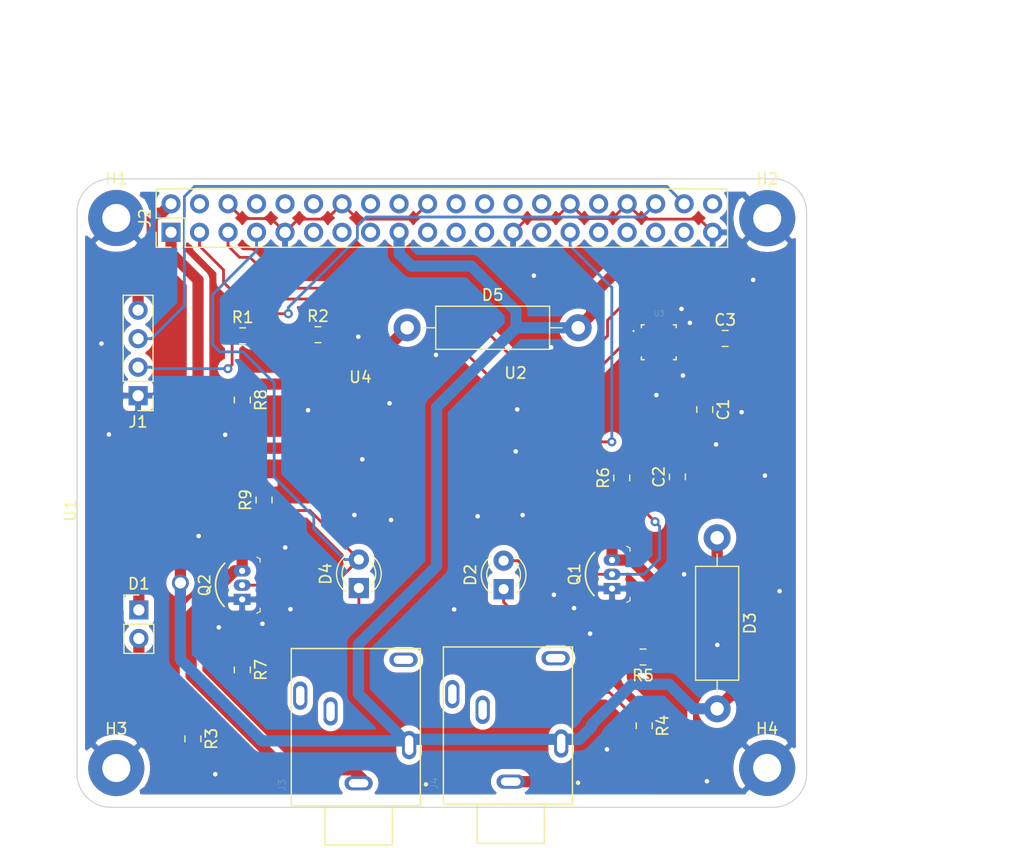
<source format=kicad_pcb>
(kicad_pcb (version 20171130) (host pcbnew "(5.1.5)-3")
  (title_block (title KittyPi) (date 2021-02-21) (rev v1) (company EngineeringOutdoors))
  (layers (0 F.Cu signal) (31 B.Cu signal) (34 B.Paste user) (35 F.Paste user) (36 B.SilkS user) (37 F.SilkS user) (38 B.Mask user) (39 F.Mask user) (44 Edge.Cuts user))
  (net 0 "")
  (net 1 +5V)
  (net 2 "Net-(J1-Pad3)")
  (net 3 "Net-(J1-Pad2)")
  (net 4 GND)
  (net 5 "Net-(J2-Pad13)")
  (net 6 "Net-(D1-Pad1)")
  (net 7 "Net-(D1-Pad2)")
  (net 8 "Net-(D2-Pad1)")
  (net 9 +3V3)
  (net 10 "Net-(D3-Pad1)")
  (net 11 "Net-(J2-Pad40)")
  (net 12 "Net-(J2-Pad37)")
  (net 13 "Net-(J2-Pad36)")
  (net 14 "Net-(J2-Pad35)")
  (net 15 "Net-(J2-Pad33)")
  (net 16 "Net-(J2-Pad32)")
  (net 17 "Net-(J2-Pad31)")
  (net 18 "Net-(J2-Pad28)")
  (net 19 "Net-(J2-Pad27)")
  (net 20 "Net-(J2-Pad26)")
  (net 21 "Net-(J2-Pad24)")
  (net 22 "Net-(J2-Pad23)")
  (net 23 "Net-(J2-Pad22)")
  (net 24 "Net-(J2-Pad21)")
  (net 25 "Net-(J2-Pad19)")
  (net 26 "Net-(J2-Pad18)")
  (net 27 "Net-(J2-Pad16)")
  (net 28 "Net-(J2-Pad15)")
  (net 29 "Net-(J2-Pad12)")
  (net 30 "Net-(J2-Pad11)")
  (net 31 "Net-(J2-Pad10)")
  (net 32 "Net-(J2-Pad8)")
  (net 33 /I2C_SCL)
  (net 34 /I2C_SDA)
  (net 35 "Net-(C1-Pad1)")
  (net 36 "Net-(U3-Pad21)")
  (net 37 "Net-(U3-Pad19)")
  (net 38 "Net-(U3-Pad12)")
  (net 39 "Net-(U3-Pad7)")
  (net 40 /gpio5)
  (net 41 /gpio4)
  (net 42 "Net-(D4-Pad1)")
  (net 43 "Net-(D5-Pad1)")
  (net 44 "Net-(J4-Pad1)")
  (net 45 "Net-(J3-Pad1)")
  (net 46 "Net-(J3-Pad4)")
  (net 47 "Net-(J3-Pad3)")
  (net 48 "Net-(J3-Pad2)")
  (net 49 "Net-(J4-Pad4)")
  (net 50 "Net-(J4-Pad3)")
  (net 51 "Net-(J4-Pad2)")
  (module Capacitor_SMD:C_0805_2012Metric (layer F.Cu) (at 128.3716 39.73322)
    (fp_text reference C3 (at 0 -1.65) (layer F.SilkS))
    (fp_text value 100n)
    (pad 2 smd roundrect (at 0.9375 0) (size 0.975 1.4) (layers F.Cu F.Paste F.Mask) (net 4 GND))
    (pad 1 smd roundrect (at -0.9375 0) (size 0.975 1.4) (layers F.Cu F.Paste F.Mask) (net 9 +3V3))
  )
  (module Capacitor_SMD:C_0805_2012Metric (layer F.Cu) (at 124.1171 52.06238 90)
    (fp_text reference C2 (at 0 -1.65 90) (layer F.SilkS))
    (fp_text value 100n)
    (pad 2 smd roundrect (at 0.9375 0 90) (size 0.975 1.4) (layers F.Cu F.Paste F.Mask) (net 9 +3V3))
    (pad 1 smd roundrect (at -0.9375 0 90) (size 0.975 1.4) (layers F.Cu F.Paste F.Mask) (net 4 GND))
  )
  (module Capacitor_SMD:C_0805_2012Metric (layer F.Cu) (at 126.5555 46.06798 270)
    (fp_text reference C1 (at 0 -1.65 90) (layer F.SilkS))
    (fp_text value 100n)
    (pad 2 smd roundrect (at 0.9375 0 270) (size 0.975 1.4) (layers F.Cu F.Paste F.Mask) (net 4 GND))
    (pad 1 smd roundrect (at -0.9375 0 270) (size 0.975 1.4) (layers F.Cu F.Paste F.Mask) (net 35 "Net-(C1-Pad1)"))
  )
  (module Resistor_SMD:R_0805_2012Metric (layer F.Cu) (at 87.2871 54.1274 90)
    (fp_text reference R9 (at 0 -1.65 90) (layer F.SilkS))
    (fp_text value 100k)
    (pad 2 smd roundrect (at 0.9375 0 90) (size 0.975 1.4) (layers F.Cu F.Paste F.Mask) (net 4 GND))
    (pad 1 smd roundrect (at -0.9375 0 90) (size 0.975 1.4) (layers F.Cu F.Paste F.Mask) (net 41 /gpio4))
  )
  (module Resistor_SMD:R_0805_2012Metric (layer F.Cu) (at 85.34908 45.21962 270)
    (fp_text reference R8 (at 0 -1.65 90) (layer F.SilkS))
    (fp_text value 10k)
    (pad 2 smd roundrect (at 0.9375 0 270) (size 0.975 1.4) (layers F.Cu F.Paste F.Mask) (net 45 "Net-(J3-Pad1)"))
    (pad 1 smd roundrect (at -0.9375 0 270) (size 0.975 1.4) (layers F.Cu F.Paste F.Mask) (net 43 "Net-(D5-Pad1)"))
  )
  (module Resistor_SMD:R_0805_2012Metric (layer F.Cu) (at 85.35162 69.26326 270)
    (fp_text reference R7 (at 0 -1.65 90) (layer F.SilkS))
    (fp_text value 2k)
    (pad 2 smd roundrect (at 0.9375 0 270) (size 0.975 1.4) (layers F.Cu F.Paste F.Mask) (net 4 GND))
    (pad 1 smd roundrect (at -0.9375 0 270) (size 0.975 1.4) (layers F.Cu F.Paste F.Mask) (net 42 "Net-(D4-Pad1)"))
  )
  (module Resistor_SMD:R_0805_2012Metric (layer F.Cu) (at 119.16156 52.1589 90)
    (fp_text reference R6 (at 0 -1.65 90) (layer F.SilkS))
    (fp_text value 100k)
    (pad 2 smd roundrect (at 0.9375 0 90) (size 0.975 1.4) (layers F.Cu F.Paste F.Mask) (net 4 GND))
    (pad 1 smd roundrect (at -0.9375 0 90) (size 0.975 1.4) (layers F.Cu F.Paste F.Mask) (net 40 /gpio5))
  )
  (module Resistor_SMD:R_0805_2012Metric (layer F.Cu) (at 121.05386 68.11772 180)
    (fp_text reference R5 (at 0 -1.65) (layer F.SilkS))
    (fp_text value 10k)
    (pad 2 smd roundrect (at 0.9375 0 180) (size 0.975 1.4) (layers F.Cu F.Paste F.Mask) (net 44 "Net-(J4-Pad1)"))
    (pad 1 smd roundrect (at -0.9375 0 180) (size 0.975 1.4) (layers F.Cu F.Paste F.Mask) (net 10 "Net-(D3-Pad1)"))
  )
  (module Resistor_SMD:R_0805_2012Metric (layer F.Cu) (at 121.15546 74.23912 270)
    (fp_text reference R4 (at 0 -1.65 90) (layer F.SilkS))
    (fp_text value 2k)
    (pad 2 smd roundrect (at 0.9375 0 270) (size 0.975 1.4) (layers F.Cu F.Paste F.Mask) (net 4 GND))
    (pad 1 smd roundrect (at -0.9375 0 270) (size 0.975 1.4) (layers F.Cu F.Paste F.Mask) (net 8 "Net-(D2-Pad1)"))
  )
  (module Resistor_SMD:R_0805_2012Metric (layer F.Cu) (at 80.9498 75.41006 270)
    (fp_text reference R3 (at 0 -1.65 90) (layer F.SilkS))
    (fp_text value 2k)
    (pad 2 smd roundrect (at 0.9375 0 270) (size 0.975 1.4) (layers F.Cu F.Paste F.Mask) (net 4 GND))
    (pad 1 smd roundrect (at -0.9375 0 270) (size 0.975 1.4) (layers F.Cu F.Paste F.Mask) (net 7 "Net-(D1-Pad2)"))
  )
  (module Resistor_SMD:R_0805_2012Metric (layer F.Cu) (at 92.09024 39.39794)
    (fp_text reference R2 (at 0 -1.65) (layer F.SilkS))
    (fp_text value 2k)
    (pad 2 smd roundrect (at 0.9375 0) (size 0.975 1.4) (layers F.Cu F.Paste F.Mask) (net 4 GND))
    (pad 1 smd roundrect (at -0.9375 0) (size 0.975 1.4) (layers F.Cu F.Paste F.Mask) (net 13 "Net-(J2-Pad36)"))
  )
  (module Resistor_SMD:R_0805_2012Metric (layer F.Cu) (at 85.3821 39.49954)
    (fp_text reference R1 (at 0 -1.65) (layer F.SilkS))
    (fp_text value 1k)
    (pad 2 smd roundrect (at 0.9375 0) (size 0.975 1.4) (layers F.Cu F.Paste F.Mask) (net 13 "Net-(J2-Pad36)"))
    (pad 1 smd roundrect (at -0.9375 0) (size 0.975 1.4) (layers F.Cu F.Paste F.Mask) (net 3 "Net-(J1-Pad2)"))
  )
  (module Libraries:35RAPC4BH3 (layer F.Cu) (at 109.01426 74.22134 90)
    (fp_text reference J4 (at -5.170455 -6.559513 90) (layer F.SilkS) (effects (font (size 0.640304 0.640304) (thickness 0.015))))
    (fp_text value 35RAPC4BH3)
    (fp_line (start -4.97 -0.13) (end -4.98 -0.13) (layer Edge.Cuts) (width 0.1))
    (fp_line (start -1.98 4.72) (end -1.98 4.73) (layer Edge.Cuts) (width 0.1))
    (fp_line (start 1.12 -2.28) (end 1.12 -2.27) (layer Edge.Cuts) (width 0.1))
    (fp_line (start 2.52 -4.98) (end 2.52 -4.97) (layer Edge.Cuts) (width 0.1))
    (fp_line (start 6.03 3.87) (end 6.02 3.87) (layer Edge.Cuts) (width 0.1))
    (pad 1 thru_hole oval (at -5 0.25 90) (size 1.258 2.516) (drill oval 0.75 1.75) (layers *.Cu *.Mask) (net 44 "Net-(J4-Pad1)"))
    (pad 2 thru_hole oval (at 2.8 -4.95 90) (size 2.516 1.258) (drill oval 1.75 0.75) (layers *.Cu *.Mask) (net 51 "Net-(J4-Pad2)"))
    (pad 3 thru_hole oval (at 1.4 -2.25 90) (size 2.516 1.258) (drill oval 1.75 0.75) (layers *.Cu *.Mask) (net 50 "Net-(J4-Pad3)"))
    (pad 4 thru_hole oval (at 6 4.25 90) (size 1.258 2.516) (drill oval 0.75 1.75) (layers *.Cu *.Mask) (net 49 "Net-(J4-Pad4)"))
    (pad 5 thru_hole oval (at -1.6 4.75 90) (size 2.516 1.258) (drill oval 1.75 0.75) (layers *.Cu *.Mask) (net 9 +3V3))
  )
  (module Libraries:35RAPC4BH3 (layer F.Cu) (at 95.46336 74.36104 90)
    (fp_text reference J3 (at -5.170455 -6.559513 90) (layer F.SilkS) (effects (font (size 0.640304 0.640304) (thickness 0.015))))
    (fp_text value 35RAPC4BH3)
    (fp_line (start 6.03 3.87) (end 6.02 3.87) (layer Edge.Cuts) (width 0.1))
    (fp_line (start 2.52 -4.98) (end 2.52 -4.97) (layer Edge.Cuts) (width 0.1))
    (fp_line (start 1.12 -2.28) (end 1.12 -2.27) (layer Edge.Cuts) (width 0.1))
    (fp_line (start -1.98 4.72) (end -1.98 4.73) (layer Edge.Cuts) (width 0.1))
    (fp_line (start -4.97 -0.13) (end -4.98 -0.13) (layer Edge.Cuts) (width 0.1))
    (pad 5 thru_hole oval (at -1.6 4.75 90) (size 2.516 1.258) (drill oval 1.75 0.75) (layers *.Cu *.Mask) (net 9 +3V3))
    (pad 4 thru_hole oval (at 6 4.25 90) (size 1.258 2.516) (drill oval 0.75 1.75) (layers *.Cu *.Mask) (net 46 "Net-(J3-Pad4)"))
    (pad 3 thru_hole oval (at 1.4 -2.25 90) (size 2.516 1.258) (drill oval 1.75 0.75) (layers *.Cu *.Mask) (net 47 "Net-(J3-Pad3)"))
    (pad 2 thru_hole oval (at 2.8 -4.95 90) (size 2.516 1.258) (drill oval 1.75 0.75) (layers *.Cu *.Mask) (net 48 "Net-(J3-Pad2)"))
    (pad 1 thru_hole oval (at -5 0.25 90) (size 1.258 2.516) (drill oval 0.75 1.75) (layers *.Cu *.Mask) (net 45 "Net-(J3-Pad1)"))
  )
  (module Homemade:Switch_P12943SCT-ND (layer F.Cu) (at 95.94596 50.47488 180)
    (fp_text reference U4 (at 0.0762 7.2898) (layer F.SilkS))
    (fp_text value P12299SCT-ND)
    (pad 2 smd roundrect (at 3.4 -2 180) (size 3.2 1) (layers F.Cu F.Paste F.Mask) (net 45 "Net-(J3-Pad1)"))
    (pad 3 smd roundrect (at -3.4 2 180) (size 3.2 1) (layers F.Cu F.Paste F.Mask) (net 4 GND))
    (pad 1 smd roundrect (at -3.4 -2 180) (size 3.2 1) (layers F.Cu F.Paste F.Mask) (net 45 "Net-(J3-Pad1)"))
    (pad 4 smd roundrect (at 3.4 2 180) (size 3.2 1) (layers F.Cu F.Paste F.Mask) (net 4 GND))
  )
  (module digikey-footprints:TO-92-3 (layer F.Cu) (at 85.33892 62.98438 90)
    (fp_text reference Q2 (at 1.27 -3.35 90) (layer F.SilkS))
    (fp_text value 2N7000)
    (pad 1 thru_hole rect (at 0 0 270) (size 1 1.5) (drill 0.55) (layers *.Cu *.Mask) (net 4 GND))
    (pad 3 thru_hole oval (at 2.54 0 270) (size 1 1.5) (drill 0.55) (layers *.Cu *.Mask) (net 45 "Net-(J3-Pad1)"))
    (pad 2 thru_hole oval (at 1.27 0 270) (size 1 1.5) (drill 0.55) (layers *.Cu *.Mask) (net 41 /gpio4))
  )
  (module Resistor_THT:R_Axial_DIN0411_L9.9mm_D3.6mm_P15.24mm_Horizontal (layer F.Cu) (at 100.0379 38.78072)
    (fp_text reference D5 (at 7.62 -2.92) (layer F.SilkS))
    (fp_text value DIODE)
    (pad 2 thru_hole oval (at 15.24 0) (size 2.4 2.4) (drill 1.2) (layers *.Cu *.Mask) (net 9 +3V3))
    (pad 1 thru_hole circle (at 0 0) (size 2.4 2.4) (drill 1.2) (layers *.Cu *.Mask) (net 43 "Net-(D5-Pad1)"))
  )
  (module LED_THT:LED_D3.0mm (layer F.Cu) (at 95.73514 61.97092 90)
    (fp_text reference D4 (at 1.27 -2.96 90) (layer F.SilkS))
    (fp_text value LED)
    (pad 2 thru_hole circle (at 2.54 0 90) (size 1.8 1.8) (drill 0.9) (layers *.Cu *.Mask) (net 41 /gpio4))
    (pad 1 thru_hole rect (at 0 0 90) (size 1.8 1.8) (drill 0.9) (layers *.Cu *.Mask) (net 42 "Net-(D4-Pad1)"))
  )
  (module Libraries:ICM-20649 (layer F.Cu) (at 122.45848 40.07104)
    (fp_text reference U3 (at 0.024045 -2.559671) (layer F.SilkS) (effects (font (size 0.480915 0.480915) (thickness 0.015))))
    (fp_text value ICM-20649)
    (pad 24 smd rect (at -1 -1.545) (size 0.22 0.64) (layers F.Cu F.Paste F.Mask) (net 34 /I2C_SDA))
    (pad 23 smd rect (at -0.6 -1.545) (size 0.22 0.64) (layers F.Cu F.Paste F.Mask) (net 33 /I2C_SCL))
    (pad 22 smd rect (at -0.2 -1.545) (size 0.22 0.64) (layers F.Cu F.Paste F.Mask) (net 9 +3V3))
    (pad 21 smd rect (at 0.2 -1.545) (size 0.22 0.64) (layers F.Cu F.Paste F.Mask) (net 36 "Net-(U3-Pad21)"))
    (pad 20 smd rect (at 0.6 -1.545) (size 0.22 0.64) (layers F.Cu F.Paste F.Mask) (net 4 GND))
    (pad 19 smd rect (at 1 -1.545) (size 0.22 0.64) (layers F.Cu F.Paste F.Mask) (net 37 "Net-(U3-Pad19)"))
    (pad 18 smd rect (at 1.545 -1) (size 0.64 0.22) (layers F.Cu F.Paste F.Mask) (net 4 GND))
    (pad 17 smd rect (at 1.545 -0.6) (size 0.64 0.22) (layers F.Cu F.Paste F.Mask))
    (pad 16 smd rect (at 1.545 -0.2) (size 0.64 0.22) (layers F.Cu F.Paste F.Mask))
    (pad 15 smd rect (at 1.545 0.2) (size 0.64 0.22) (layers F.Cu F.Paste F.Mask))
    (pad 14 smd rect (at 1.545 0.6) (size 0.64 0.22) (layers F.Cu F.Paste F.Mask))
    (pad 13 smd rect (at 1.545 1) (size 0.64 0.22) (layers F.Cu F.Paste F.Mask) (net 9 +3V3))
    (pad 12 smd rect (at 1 1.545) (size 0.22 0.64) (layers F.Cu F.Paste F.Mask) (net 38 "Net-(U3-Pad12)"))
    (pad 11 smd rect (at 0.6 1.545) (size 0.22 0.64) (layers F.Cu F.Paste F.Mask) (net 4 GND))
    (pad 10 smd rect (at 0.2 1.545) (size 0.22 0.64) (layers F.Cu F.Paste F.Mask) (net 35 "Net-(C1-Pad1)"))
    (pad 9 smd rect (at -0.2 1.545) (size 0.22 0.64) (layers F.Cu F.Paste F.Mask) (net 4 GND))
    (pad 8 smd rect (at -0.6 1.545) (size 0.22 0.64) (layers F.Cu F.Paste F.Mask) (net 9 +3V3))
    (pad 7 smd rect (at -1 1.545) (size 0.22 0.64) (layers F.Cu F.Paste F.Mask) (net 39 "Net-(U3-Pad7)"))
    (pad 6 smd rect (at -1.545 1) (size 0.64 0.22) (layers F.Cu F.Paste F.Mask))
    (pad 5 smd rect (at -1.545 0.6) (size 0.64 0.22) (layers F.Cu F.Paste F.Mask))
    (pad 4 smd rect (at -1.545 0.2) (size 0.64 0.22) (layers F.Cu F.Paste F.Mask))
    (pad 3 smd rect (at -1.545 -0.2) (size 0.64 0.22) (layers F.Cu F.Paste F.Mask))
    (pad 2 smd rect (at -1.545 -0.6) (size 0.64 0.22) (layers F.Cu F.Paste F.Mask))
    (pad 1 smd rect (at -1.545 -1) (size 0.64 0.22) (layers F.Cu F.Paste F.Mask))
  )
  (module Connector_PinHeader_2.54mm:PinHeader_1x02_P2.54mm_Vertical (layer F.Cu) (at 76.13396 63.92164)
    (fp_text reference D1 (at 0 -2.33) (layer F.SilkS))
    (fp_text value DIODE)
    (pad 2 thru_hole oval (at 0 2.54) (size 1.7 1.7) (drill 1) (layers *.Cu *.Mask) (net 7 "Net-(D1-Pad2)"))
    (pad 1 thru_hole rect (at 0 0) (size 1.7 1.7) (drill 1) (layers *.Cu *.Mask) (net 6 "Net-(D1-Pad1)"))
  )
  (module Connector_PinHeader_2.54mm:PinHeader_1x04_P2.54mm_Vertical (layer F.Cu) (at 76.06538 44.83354 180)
    (fp_text reference J1 (at 0 -2.33) (layer F.SilkS))
    (fp_text value 0022232041)
    (pad 4 thru_hole oval (at 0 7.62 180) (size 1.7 1.7) (drill 1) (layers *.Cu *.Mask) (net 1 +5V))
    (pad 3 thru_hole oval (at 0 5.08 180) (size 1.7 1.7) (drill 1) (layers *.Cu *.Mask) (net 2 "Net-(J1-Pad3)"))
    (pad 2 thru_hole oval (at 0 2.54 180) (size 1.7 1.7) (drill 1) (layers *.Cu *.Mask) (net 3 "Net-(J1-Pad2)"))
    (pad 1 thru_hole rect (at 0 0 180) (size 1.7 1.7) (drill 1) (layers *.Cu *.Mask) (net 4 GND))
  )
  (module Connector_PinHeader_2.54mm:PinHeader_2x20_P2.54mm_Vertical (layer F.Cu) (at 78.999176 30.2761 90)
    (fp_text reference J2 (at 1.27 -2.33 90) (layer F.SilkS))
    (fp_text value Raspberry_Pi_2_3)
    (pad 40 thru_hole oval (at 2.54 48.26 90) (size 1.7 1.7) (drill 1) (layers *.Cu *.Mask) (net 11 "Net-(J2-Pad40)"))
    (pad 39 thru_hole oval (at 0 48.26 90) (size 1.7 1.7) (drill 1) (layers *.Cu *.Mask) (net 4 GND))
    (pad 38 thru_hole oval (at 2.54 45.72 90) (size 1.7 1.7) (drill 1) (layers *.Cu *.Mask) (net 2 "Net-(J1-Pad3)"))
    (pad 37 thru_hole oval (at 0 45.72 90) (size 1.7 1.7) (drill 1) (layers *.Cu *.Mask) (net 12 "Net-(J2-Pad37)"))
    (pad 36 thru_hole oval (at 2.54 43.18 90) (size 1.7 1.7) (drill 1) (layers *.Cu *.Mask) (net 13 "Net-(J2-Pad36)"))
    (pad 35 thru_hole oval (at 0 43.18 90) (size 1.7 1.7) (drill 1) (layers *.Cu *.Mask) (net 14 "Net-(J2-Pad35)"))
    (pad 34 thru_hole oval (at 2.54 40.64 90) (size 1.7 1.7) (drill 1) (layers *.Cu *.Mask) (net 4 GND))
    (pad 33 thru_hole oval (at 0 40.64 90) (size 1.7 1.7) (drill 1) (layers *.Cu *.Mask) (net 15 "Net-(J2-Pad33)"))
    (pad 32 thru_hole oval (at 2.54 38.1 90) (size 1.7 1.7) (drill 1) (layers *.Cu *.Mask) (net 16 "Net-(J2-Pad32)"))
    (pad 31 thru_hole oval (at 0 38.1 90) (size 1.7 1.7) (drill 1) (layers *.Cu *.Mask) (net 17 "Net-(J2-Pad31)"))
    (pad 30 thru_hole oval (at 2.54 35.56 90) (size 1.7 1.7) (drill 1) (layers *.Cu *.Mask) (net 4 GND))
    (pad 29 thru_hole oval (at 0 35.56 90) (size 1.7 1.7) (drill 1) (layers *.Cu *.Mask) (net 40 /gpio5))
    (pad 28 thru_hole oval (at 2.54 33.02 90) (size 1.7 1.7) (drill 1) (layers *.Cu *.Mask) (net 18 "Net-(J2-Pad28)"))
    (pad 27 thru_hole oval (at 0 33.02 90) (size 1.7 1.7) (drill 1) (layers *.Cu *.Mask) (net 19 "Net-(J2-Pad27)"))
    (pad 26 thru_hole oval (at 2.54 30.48 90) (size 1.7 1.7) (drill 1) (layers *.Cu *.Mask) (net 20 "Net-(J2-Pad26)"))
    (pad 25 thru_hole oval (at 0 30.48 90) (size 1.7 1.7) (drill 1) (layers *.Cu *.Mask) (net 4 GND))
    (pad 24 thru_hole oval (at 2.54 27.94 90) (size 1.7 1.7) (drill 1) (layers *.Cu *.Mask) (net 21 "Net-(J2-Pad24)"))
    (pad 23 thru_hole oval (at 0 27.94 90) (size 1.7 1.7) (drill 1) (layers *.Cu *.Mask) (net 22 "Net-(J2-Pad23)"))
    (pad 22 thru_hole oval (at 2.54 25.4 90) (size 1.7 1.7) (drill 1) (layers *.Cu *.Mask) (net 23 "Net-(J2-Pad22)"))
    (pad 21 thru_hole oval (at 0 25.4 90) (size 1.7 1.7) (drill 1) (layers *.Cu *.Mask) (net 24 "Net-(J2-Pad21)"))
    (pad 20 thru_hole oval (at 2.54 22.86 90) (size 1.7 1.7) (drill 1) (layers *.Cu *.Mask) (net 4 GND))
    (pad 19 thru_hole oval (at 0 22.86 90) (size 1.7 1.7) (drill 1) (layers *.Cu *.Mask) (net 25 "Net-(J2-Pad19)"))
    (pad 18 thru_hole oval (at 2.54 20.32 90) (size 1.7 1.7) (drill 1) (layers *.Cu *.Mask) (net 26 "Net-(J2-Pad18)"))
    (pad 17 thru_hole oval (at 0 20.32 90) (size 1.7 1.7) (drill 1) (layers *.Cu *.Mask) (net 9 +3V3))
    (pad 16 thru_hole oval (at 2.54 17.78 90) (size 1.7 1.7) (drill 1) (layers *.Cu *.Mask) (net 27 "Net-(J2-Pad16)"))
    (pad 15 thru_hole oval (at 0 17.78 90) (size 1.7 1.7) (drill 1) (layers *.Cu *.Mask) (net 28 "Net-(J2-Pad15)"))
    (pad 14 thru_hole oval (at 2.54 15.24 90) (size 1.7 1.7) (drill 1) (layers *.Cu *.Mask) (net 4 GND))
    (pad 13 thru_hole oval (at 0 15.24 90) (size 1.7 1.7) (drill 1) (layers *.Cu *.Mask) (net 5 "Net-(J2-Pad13)"))
    (pad 12 thru_hole oval (at 2.54 12.7 90) (size 1.7 1.7) (drill 1) (layers *.Cu *.Mask) (net 29 "Net-(J2-Pad12)"))
    (pad 11 thru_hole oval (at 0 12.7 90) (size 1.7 1.7) (drill 1) (layers *.Cu *.Mask) (net 30 "Net-(J2-Pad11)"))
    (pad 10 thru_hole oval (at 2.54 10.16 90) (size 1.7 1.7) (drill 1) (layers *.Cu *.Mask) (net 31 "Net-(J2-Pad10)"))
    (pad 9 thru_hole oval (at 0 10.16 90) (size 1.7 1.7) (drill 1) (layers *.Cu *.Mask) (net 4 GND))
    (pad 8 thru_hole oval (at 2.54 7.62 90) (size 1.7 1.7) (drill 1) (layers *.Cu *.Mask) (net 32 "Net-(J2-Pad8)"))
    (pad 7 thru_hole oval (at 0 7.62 90) (size 1.7 1.7) (drill 1) (layers *.Cu *.Mask) (net 41 /gpio4))
    (pad 6 thru_hole oval (at 2.54 5.08 90) (size 1.7 1.7) (drill 1) (layers *.Cu *.Mask) (net 4 GND))
    (pad 5 thru_hole oval (at 0 5.08 90) (size 1.7 1.7) (drill 1) (layers *.Cu *.Mask) (net 33 /I2C_SCL))
    (pad 4 thru_hole oval (at 2.54 2.54 90) (size 1.7 1.7) (drill 1) (layers *.Cu *.Mask) (net 1 +5V))
    (pad 3 thru_hole oval (at 0 2.54 90) (size 1.7 1.7) (drill 1) (layers *.Cu *.Mask) (net 34 /I2C_SDA))
    (pad 2 thru_hole oval (at 2.54 0 90) (size 1.7 1.7) (drill 1) (layers *.Cu *.Mask) (net 1 +5V))
    (pad 1 thru_hole rect (at 0 0 90) (size 1.7 1.7) (drill 1) (layers *.Cu *.Mask) (net 9 +3V3))
  )
  (module MountingHole:MountingHole_2.5mm_Pad (layer F.Cu) (at 132.12282 29.01892)
    (fp_text reference H2 (at 0 -3.5) (layer F.SilkS))
    (fp_text value MountingHole_Pad)
    (pad 1 thru_hole circle (at 0 0) (size 5 5) (drill 2.5) (layers *.Cu *.Mask) (net 4 GND))
  )
  (module MountingHole:MountingHole_2.5mm_Pad (layer F.Cu) (at 74.12282 78.00892)
    (fp_text reference H3 (at 0 -3.5) (layer F.SilkS))
    (fp_text value MountingHole_Pad)
    (pad 1 thru_hole circle (at 0 0) (size 5 5) (drill 2.5) (layers *.Cu *.Mask) (net 4 GND))
  )
  (module MountingHole:MountingHole_2.5mm_Pad (layer F.Cu) (at 132.11282 77.99892)
    (fp_text reference H4 (at 0 -3.5) (layer F.SilkS))
    (fp_text value MountingHole_Pad)
    (pad 1 thru_hole circle (at 0 0) (size 5 5) (drill 2.5) (layers *.Cu *.Mask) (net 4 GND))
  )
  (module MountingHole:MountingHole_2.5mm_Pad (layer F.Cu) (at 74.12282 28.99892)
    (fp_text reference H1 (at 0 -3.5) (layer F.SilkS))
    (fp_text value MountingHole_Pad)
    (pad 1 thru_hole circle (at 0 0) (size 5 5) (drill 2.5) (layers *.Cu *.Mask) (net 4 GND))
  )
  (module Homemade:Switch_P12943SCT-ND (layer F.Cu) (at 109.77118 50.09642 180)
    (fp_text reference U2 (at 0.0762 7.2898) (layer F.SilkS))
    (fp_text value P12299SCT-ND)
    (pad 2 smd roundrect (at 3.4 -2 180) (size 3.2 1) (layers F.Cu F.Paste F.Mask) (net 44 "Net-(J4-Pad1)"))
    (pad 3 smd roundrect (at -3.4 2 180) (size 3.2 1) (layers F.Cu F.Paste F.Mask) (net 4 GND))
    (pad 1 smd roundrect (at -3.4 -2 180) (size 3.2 1) (layers F.Cu F.Paste F.Mask) (net 44 "Net-(J4-Pad1)"))
    (pad 4 smd roundrect (at 3.4 2 180) (size 3.2 1) (layers F.Cu F.Paste F.Mask) (net 4 GND))
  )
  (module Homemade:Switch_P12943SCT-ND (layer F.Cu) (at 77.33538 54.98846 270)
    (fp_text reference U1 (at 0.0762 7.2898 90) (layer F.SilkS))
    (fp_text value P12299SCT-ND)
    (pad 2 smd roundrect (at 3.4 -2 270) (size 3.2 1) (layers F.Cu F.Paste F.Mask) (net 9 +3V3))
    (pad 3 smd roundrect (at -3.4 2 270) (size 3.2 1) (layers F.Cu F.Paste F.Mask) (net 6 "Net-(D1-Pad1)"))
    (pad 1 smd roundrect (at -3.4 -2 270) (size 3.2 1) (layers F.Cu F.Paste F.Mask) (net 9 +3V3))
    (pad 4 smd roundrect (at 3.4 2 270) (size 3.2 1) (layers F.Cu F.Paste F.Mask) (net 6 "Net-(D1-Pad1)"))
  )
  (module digikey-footprints:TO-92-3 (layer F.Cu) (at 118.29542 62.01664 90)
    (fp_text reference Q1 (at 1.27 -3.35 90) (layer F.SilkS))
    (fp_text value 2N7000)
    (pad 1 thru_hole rect (at 0 0 270) (size 1 1.5) (drill 0.55) (layers *.Cu *.Mask) (net 4 GND))
    (pad 3 thru_hole oval (at 2.54 0 270) (size 1 1.5) (drill 0.55) (layers *.Cu *.Mask) (net 44 "Net-(J4-Pad1)"))
    (pad 2 thru_hole oval (at 1.27 0 270) (size 1 1.5) (drill 0.55) (layers *.Cu *.Mask) (net 40 /gpio5))
  )
  (module Resistor_THT:R_Axial_DIN0411_L9.9mm_D3.6mm_P15.24mm_Horizontal (layer F.Cu) (at 127.65786 57.49036 270)
    (fp_text reference D3 (at 7.62 -2.92 90) (layer F.SilkS))
    (fp_text value DIODE)
    (pad 2 thru_hole oval (at 15.24 0 270) (size 2.4 2.4) (drill 1.2) (layers *.Cu *.Mask) (net 9 +3V3))
    (pad 1 thru_hole circle (at 0 0 270) (size 2.4 2.4) (drill 1.2) (layers *.Cu *.Mask) (net 10 "Net-(D3-Pad1)"))
  )
  (module LED_THT:LED_D3.0mm (layer F.Cu) (at 108.63326 62.07252 90)
    (fp_text reference D2 (at 1.27 -2.96 90) (layer F.SilkS))
    (fp_text value LED)
    (pad 2 thru_hole circle (at 2.54 0 90) (size 1.8 1.8) (drill 0.9) (layers *.Cu *.Mask) (net 40 /gpio5))
    (pad 1 thru_hole rect (at 0 0 90) (size 1.8 1.8) (drill 0.9) (layers *.Cu *.Mask) (net 8 "Net-(D2-Pad1)"))
  )
  (gr_line (start 70.629176 28.506531) (end 70.629176 78.506531) (layer Edge.Cuts) (width 0.1))
  (gr_arc (start 132.629176 28.506531) (end 135.629176 28.506531) (angle -90) (layer Edge.Cuts) (width 0.1))
  (gr_arc (start 73.629176 28.506531) (end 73.629176 25.506531) (angle -90) (layer Edge.Cuts) (width 0.1))
  (gr_line (start 135.629176 78.506531) (end 135.629176 28.506531) (layer Edge.Cuts) (width 0.1))
  (gr_line (start 132.629176 25.506531) (end 73.629176 25.506531) (layer Edge.Cuts) (width 0.1))
  (gr_line (start 73.629176 81.506531) (end 132.629176 81.506531) (layer Edge.Cuts) (width 0.1))
  (gr_arc (start 132.629176 78.506531) (end 132.629176 81.506531) (angle -89.9) (layer Edge.Cuts) (width 0.1))
  (gr_arc (start 73.629176 78.506531) (end 70.629176 78.506531) (angle -90) (layer Edge.Cuts) (width 0.1))
  (segment (start 77.322821 28.992453) (end 77.322821 32.410259) (width 1) (layer F.Cu) (net 1))
  (segment (start 77.729175 28.586099) (end 77.322821 28.992453) (width 1) (layer F.Cu) (net 1))
  (segment (start 78.999176 27.7361) (end 78.149177 28.586099) (width 1) (layer F.Cu) (net 1))
  (segment (start 78.149177 28.586099) (end 77.729175 28.586099) (width 1) (layer F.Cu) (net 1))
  (segment (start 76.06538 33.6677) (end 76.06538 37.21354) (width 1) (layer F.Cu) (net 1))
  (segment (start 77.322821 32.410259) (end 76.06538 33.6677) (width 1) (layer F.Cu) (net 1))
  (segment (start 123.170476 26.1874) (end 124.719176 27.7361) (width 0.25) (layer B.Cu) (net 2))
  (segment (start 77.267461 39.75354) (end 80.191001 36.83) (width 0.25) (layer B.Cu) (net 2))
  (segment (start 76.06538 39.75354) (end 77.267461 39.75354) (width 0.25) (layer B.Cu) (net 2))
  (segment (start 80.191001 27.083359) (end 81.08696 26.1874) (width 0.25) (layer B.Cu) (net 2))
  (segment (start 80.191001 36.83) (end 80.191001 27.083359) (width 0.25) (layer B.Cu) (net 2))
  (segment (start 81.08696 26.1874) (end 123.170476 26.1874) (width 0.25) (layer B.Cu) (net 2))
  (segment (start 77.267461 42.29354) (end 77.402081 42.42816) (width 0.25) (layer B.Cu) (net 3))
  (segment (start 76.06538 42.29354) (end 77.267461 42.29354) (width 0.25) (layer B.Cu) (net 3))
  (segment (start 77.402081 42.42816) (end 84.06638 42.42816) (width 0.25) (layer B.Cu) (net 3))
  (segment (start 84.06638 42.42816) (end 84.06638 42.42816) (width 0.25) (layer B.Cu) (net 3))
  (via (at 84.06638 42.42816) (size 0.8) (drill 0.4) (layers F.Cu B.Cu) (net 3))
  (segment (start 84.4446 42.04994) (end 84.06638 42.42816) (width 0.25) (layer F.Cu) (net 3))
  (segment (start 84.4446 39.49954) (end 84.4446 42.04994) (width 0.25) (layer F.Cu) (net 3))
  (segment (start 106.37118 48.09642) (end 113.17118 48.09642) (width 1) (layer F.Cu) (net 4))
  (segment (start 92.54596 48.47488) (end 99.34596 48.47488) (width 1) (layer F.Cu) (net 4))
  (segment (start 105.99272 48.47488) (end 106.37118 48.09642) (width 1) (layer F.Cu) (net 4))
  (segment (start 99.34596 48.47488) (end 105.99272 48.47488) (width 1) (layer F.Cu) (net 4))
  (segment (start 122.25848 41.61604) (end 122.25848 42.65488) (width 0.18) (layer F.Cu) (net 4))
  (segment (start 122.25848 42.65488) (end 122.25848 42.9863) (width 0.18) (layer F.Cu) (net 4))
  (segment (start 123.05848 42.11604) (end 123.06808 42.12564) (width 0.18) (layer F.Cu) (net 4))
  (segment (start 123.05848 41.61604) (end 123.05848 42.11604) (width 0.18) (layer F.Cu) (net 4))
  (segment (start 123.06808 42.12564) (end 123.06808 42.7355) (width 0.18) (layer F.Cu) (net 4))
  (segment (start 124.50348 39.07104) (end 125.23068 38.34384) (width 0.18) (layer F.Cu) (net 4))
  (segment (start 124.00348 39.07104) (end 124.50348 39.07104) (width 0.18) (layer F.Cu) (net 4))
  (segment (start 123.05848 38.02604) (end 123.53316 37.55136) (width 0.18) (layer F.Cu) (net 4))
  (segment (start 123.05848 38.52604) (end 123.05848 38.02604) (width 0.18) (layer F.Cu) (net 4))
  (segment (start 125.23068 38.34384) (end 125.23068 38.34384) (width 0.18) (layer F.Cu) (net 4))
  (via (at 125.23068 38.34384) (size 0.8) (drill 0.4) (layers F.Cu B.Cu) (net 4))
  (segment (start 123.53316 37.55136) (end 124.0282 37.55136) (width 0.25) (layer F.Cu) (net 4))
  (segment (start 124.0282 37.55136) (end 124.48032 37.09924) (width 0.25) (layer F.Cu) (net 4))
  (segment (start 124.48032 37.09924) (end 124.48032 37.09924) (width 0.25) (layer F.Cu) (net 4))
  (via (at 124.48032 37.09924) (size 0.8) (drill 0.4) (layers F.Cu B.Cu) (net 4))
  (segment (start 122.243471 43.001309) (end 122.243471 44.779309) (width 0.18) (layer F.Cu) (net 4))
  (segment (start 122.25848 42.9863) (end 122.243471 43.001309) (width 0.18) (layer F.Cu) (net 4))
  (segment (start 122.243471 44.779309) (end 122.243471 44.779309) (width 0.18) (layer F.Cu) (net 4))
  (via (at 122.243471 44.779309) (size 0.8) (drill 0.4) (layers F.Cu B.Cu) (net 4))
  (via (at 98.46564 45.50918) (size 0.8) (drill 0.4) (layers F.Cu B.Cu) (net 4))
  (via (at 95.68434 39.57828) (size 0.8) (drill 0.4) (layers F.Cu B.Cu) (net 4))
  (segment (start 123.06808 42.7355) (end 123.06808 42.74058) (width 0.18) (layer F.Cu) (net 4))
  (segment (start 123.06808 42.74058) (end 123.36272 43.03522) (width 0.18) (layer F.Cu) (net 4))
  (segment (start 123.36272 43.03522) (end 124.60986 43.03522) (width 0.18) (layer F.Cu) (net 4))
  (segment (start 124.60986 43.03522) (end 124.60986 43.03522) (width 0.18) (layer F.Cu) (net 4))
  (via (at 124.60986 43.03522) (size 0.8) (drill 0.4) (layers F.Cu B.Cu) (net 4))
  (segment (start 84.079176 27.7361) (end 85.393056 29.04998) (width 0.25) (layer F.Cu) (net 4))
  (segment (start 87.933056 29.04998) (end 89.159176 30.2761) (width 0.25) (layer F.Cu) (net 4))
  (segment (start 85.393056 29.04998) (end 87.933056 29.04998) (width 0.25) (layer F.Cu) (net 4))
  (segment (start 92.874177 29.101099) (end 94.239176 27.7361) (width 0.25) (layer F.Cu) (net 4))
  (segment (start 89.159176 30.2761) (end 90.334177 29.101099) (width 0.25) (layer F.Cu) (net 4))
  (segment (start 90.334177 29.101099) (end 92.874177 29.101099) (width 0.25) (layer F.Cu) (net 4))
  (segment (start 100.494177 29.101099) (end 101.859176 27.7361) (width 0.25) (layer F.Cu) (net 4))
  (segment (start 94.239176 27.7361) (end 95.604175 29.101099) (width 0.25) (layer F.Cu) (net 4))
  (segment (start 95.604175 29.101099) (end 100.494177 29.101099) (width 0.25) (layer F.Cu) (net 4))
  (segment (start 113.194177 29.101099) (end 114.559176 27.7361) (width 0.25) (layer F.Cu) (net 4))
  (segment (start 109.479176 30.2761) (end 110.654177 29.101099) (width 0.25) (layer F.Cu) (net 4))
  (segment (start 110.654177 29.101099) (end 113.194177 29.101099) (width 0.25) (layer F.Cu) (net 4))
  (segment (start 118.332916 29.04236) (end 119.639176 27.7361) (width 0.25) (layer F.Cu) (net 4))
  (segment (start 114.559176 27.7361) (end 115.865436 29.04236) (width 0.25) (layer F.Cu) (net 4))
  (segment (start 115.865436 29.04236) (end 118.332916 29.04236) (width 0.25) (layer F.Cu) (net 4))
  (segment (start 121.004175 29.101099) (end 119.639176 27.7361) (width 0.25) (layer F.Cu) (net 4))
  (segment (start 127.259176 30.2761) (end 126.084175 29.101099) (width 0.25) (layer F.Cu) (net 4))
  (segment (start 126.084175 29.101099) (end 121.004175 29.101099) (width 0.25) (layer F.Cu) (net 4))
  (via (at 95.34144 55.46344) (size 0.8) (drill 0.4) (layers F.Cu B.Cu) (net 4))
  (via (at 104.22382 63.87592) (size 0.8) (drill 0.4) (layers F.Cu B.Cu) (net 4))
  (via (at 89.64422 63.8556) (size 0.8) (drill 0.4) (layers F.Cu B.Cu) (net 4))
  (via (at 89.17432 58.3565) (size 0.8) (drill 0.4) (layers F.Cu B.Cu) (net 4))
  (via (at 81.4578 57.33796) (size 0.8) (drill 0.4) (layers F.Cu B.Cu) (net 4))
  (via (at 116.33962 66.03492) (size 0.8) (drill 0.4) (layers F.Cu B.Cu) (net 4))
  (via (at 102.60584 41.19372) (size 0.8) (drill 0.4) (layers F.Cu B.Cu) (net 4))
  (via (at 130.86842 34.51352) (size 0.8) (drill 0.4) (layers F.Cu B.Cu) (net 4))
  (via (at 112.87506 40.5257) (size 0.8) (drill 0.4) (layers F.Cu B.Cu) (net 4))
  (via (at 111.33074 34.1376) (size 0.8) (drill 0.4) (layers F.Cu B.Cu) (net 4))
  (via (at 72.7964 40.19042) (size 0.8) (drill 0.4) (layers F.Cu B.Cu) (net 4))
  (via (at 73.46442 48.29048) (size 0.8) (drill 0.4) (layers F.Cu B.Cu) (net 4))
  (via (at 82.94116 78.55712) (size 0.8) (drill 0.4) (layers F.Cu B.Cu) (net 4))
  (via (at 110.32744 55.47106) (size 0.8) (drill 0.4) (layers F.Cu B.Cu) (net 4))
  (via (at 113.11636 62.5729) (size 0.8) (drill 0.4) (layers F.Cu B.Cu) (net 4))
  (via (at 114.90706 63.76162) (size 0.8) (drill 0.4) (layers F.Cu B.Cu) (net 4))
  (via (at 87.14232 65.15354) (size 0.8) (drill 0.4) (layers F.Cu B.Cu) (net 4))
  (via (at 83.25612 65.47612) (size 0.8) (drill 0.4) (layers F.Cu B.Cu) (net 4))
  (via (at 109.84484 46.05528) (size 0.8) (drill 0.4) (layers F.Cu B.Cu) (net 4))
  (via (at 133.22046 62.24778) (size 0.8) (drill 0.4) (layers F.Cu B.Cu) (net 4))
  (via (at 131.9149 51.9557) (size 0.8) (drill 0.4) (layers F.Cu B.Cu) (net 4))
  (via (at 127.56642 49.17694) (size 0.8) (drill 0.4) (layers F.Cu B.Cu) (net 4))
  (via (at 129.83718 46.30166) (size 0.8) (drill 0.4) (layers F.Cu B.Cu) (net 4))
  (via (at 127.6731 67.03822) (size 0.8) (drill 0.4) (layers F.Cu B.Cu) (net 4))
  (via (at 124.71654 60.74664) (size 0.8) (drill 0.4) (layers F.Cu B.Cu) (net 4))
  (via (at 126.746 79.18704) (size 0.8) (drill 0.4) (layers F.Cu B.Cu) (net 4))
  (via (at 117.8433 76.34478) (size 0.8) (drill 0.4) (layers F.Cu B.Cu) (net 4))
  (via (at 106.31932 55.57774) (size 0.8) (drill 0.4) (layers F.Cu B.Cu) (net 4))
  (via (at 98.6028 55.90794) (size 0.8) (drill 0.4) (layers F.Cu B.Cu) (net 4))
  (via (at 109.70514 49.79924) (size 0.8) (drill 0.4) (layers F.Cu B.Cu) (net 4))
  (via (at 96.04248 50.50282) (size 0.8) (drill 0.4) (layers F.Cu B.Cu) (net 4))
  (via (at 83.82508 48.31334) (size 0.8) (drill 0.4) (layers F.Cu B.Cu) (net 4))
  (via (at 91.21394 46.1264) (size 0.8) (drill 0.4) (layers F.Cu B.Cu) (net 4))
  (segment (start 76.13396 59.18704) (end 75.33538 58.38846) (width 1) (layer F.Cu) (net 6))
  (segment (start 76.13396 63.92164) (end 76.13396 59.18704) (width 1) (layer F.Cu) (net 6))
  (segment (start 75.33538 51.58846) (end 75.33538 58.38846) (width 1) (layer F.Cu) (net 6))
  (segment (start 80.9498 74.47256) (end 80.18502 74.47256) (width 1) (layer F.Cu) (net 7))
  (segment (start 76.13396 70.4215) (end 76.13396 66.46164) (width 1) (layer F.Cu) (net 7))
  (segment (start 80.18502 74.47256) (end 76.13396 70.4215) (width 1) (layer F.Cu) (net 7))
  (segment (start 108.63326 63.22252) (end 109.65942 64.24868) (width 0.25) (layer F.Cu) (net 8))
  (segment (start 108.63326 62.07252) (end 108.63326 63.22252) (width 0.25) (layer F.Cu) (net 8))
  (segment (start 109.65942 65.172273) (end 109.77626 65.289113) (width 0.25) (layer F.Cu) (net 8))
  (segment (start 109.65942 64.24868) (end 109.65942 65.172273) (width 0.25) (layer F.Cu) (net 8))
  (segment (start 109.77626 65.289113) (end 109.77626 67.9831) (width 0.25) (layer F.Cu) (net 8))
  (segment (start 109.77626 67.9831) (end 113.06302 71.26986) (width 0.25) (layer F.Cu) (net 8))
  (segment (start 113.06302 71.26986) (end 118.06682 71.26986) (width 0.25) (layer F.Cu) (net 8))
  (segment (start 120.09858 73.30162) (end 121.15546 73.30162) (width 0.25) (layer F.Cu) (net 8))
  (segment (start 118.06682 71.26986) (end 120.09858 73.30162) (width 0.25) (layer F.Cu) (net 8))
  (segment (start 78.999176 32.1261) (end 81.407 34.533924) (width 1) (layer F.Cu) (net 9))
  (segment (start 78.999176 30.2761) (end 78.999176 32.1261) (width 1) (layer F.Cu) (net 9))
  (segment (start 81.407 49.51684) (end 79.33538 51.58846) (width 1) (layer F.Cu) (net 9))
  (segment (start 81.407 34.533924) (end 81.407 49.51684) (width 1) (layer F.Cu) (net 9))
  (segment (start 79.33538 51.58846) (end 79.33538 58.38846) (width 1) (layer F.Cu) (net 9))
  (segment (start 116.47424 74.1426) (end 120.06834 70.5485) (width 1) (layer B.Cu) (net 9))
  (segment (start 120.06834 70.5485) (end 123.3678 70.5485) (width 1) (layer B.Cu) (net 9))
  (segment (start 125.54966 72.73036) (end 127.65786 72.73036) (width 1) (layer B.Cu) (net 9))
  (segment (start 123.3678 70.5485) (end 125.54966 72.73036) (width 1) (layer B.Cu) (net 9))
  (segment (start 79.83538 58.88846) (end 79.83538 61.51054) (width 1) (layer F.Cu) (net 9))
  (segment (start 79.33538 58.38846) (end 79.83538 58.88846) (width 1) (layer F.Cu) (net 9))
  (segment (start 79.83538 61.51054) (end 79.83538 61.51054) (width 1) (layer F.Cu) (net 9))
  (via (at 79.83538 61.51054) (size 1.5) (drill 1) (layers F.Cu B.Cu) (net 9))
  (segment (start 109.7407 38.78072) (end 115.2779 38.78072) (width 1) (layer B.Cu) (net 9))
  (segment (start 121.85848 42.11604) (end 121.8565 42.11802) (width 0.18) (layer F.Cu) (net 9))
  (segment (start 121.85848 41.61604) (end 121.85848 42.11604) (width 0.18) (layer F.Cu) (net 9))
  (segment (start 121.8565 42.11802) (end 121.8565 42.56532) (width 0.18) (layer F.Cu) (net 9))
  (segment (start 124.50348 41.07104) (end 124.51186 41.07942) (width 0.18) (layer F.Cu) (net 9))
  (segment (start 124.00348 41.07104) (end 124.50348 41.07104) (width 0.18) (layer F.Cu) (net 9))
  (segment (start 124.51186 41.07942) (end 125.46076 41.07942) (width 0.18) (layer F.Cu) (net 9))
  (segment (start 122.25848 38.52604) (end 122.25848 37.93424) (width 0.18) (layer F.Cu) (net 9))
  (segment (start 122.25848 37.93424) (end 122.75058 37.44214) (width 0.18) (layer F.Cu) (net 9))
  (segment (start 126.0879 41.07942) (end 127.4341 39.73322) (width 1) (layer F.Cu) (net 9))
  (segment (start 125.46076 41.07942) (end 126.0879 41.07942) (width 1) (layer F.Cu) (net 9))
  (segment (start 116.477899 37.580721) (end 116.477899 35.960201) (width 1) (layer F.Cu) (net 9))
  (segment (start 115.2779 38.78072) (end 116.477899 37.580721) (width 1) (layer F.Cu) (net 9))
  (segment (start 116.477899 35.960201) (end 118.33606 34.10204) (width 1) (layer F.Cu) (net 9))
  (segment (start 118.33606 34.10204) (end 121.48312 34.10204) (width 1) (layer F.Cu) (net 9))
  (segment (start 121.48312 34.10204) (end 122.78614 35.40506) (width 1) (layer F.Cu) (net 9))
  (segment (start 122.75058 35.44062) (end 122.78614 35.40506) (width 0.25) (layer F.Cu) (net 9))
  (segment (start 122.75058 37.44214) (end 122.75058 35.44062) (width 0.25) (layer F.Cu) (net 9))
  (segment (start 109.7407 38.78072) (end 109.7407 37.2872) (width 1) (layer B.Cu) (net 9))
  (segment (start 109.7407 37.2872) (end 105.7402 33.2867) (width 1) (layer B.Cu) (net 9))
  (segment (start 105.7402 33.2867) (end 100.42652 33.2867) (width 1) (layer B.Cu) (net 9))
  (segment (start 99.319176 32.179356) (end 99.319176 30.2761) (width 1) (layer B.Cu) (net 9))
  (segment (start 100.42652 33.2867) (end 99.319176 32.179356) (width 1) (layer B.Cu) (net 9))
  (segment (start 122.78614 35.40506) (end 126.5682 35.40506) (width 1) (layer F.Cu) (net 9))
  (segment (start 127.4341 36.27096) (end 127.4341 39.73322) (width 1) (layer F.Cu) (net 9))
  (segment (start 126.5682 35.40506) (end 127.4341 36.27096) (width 1) (layer F.Cu) (net 9))
  (segment (start 120.19026 44.2722) (end 120.19026 48.59274) (width 1) (layer F.Cu) (net 9))
  (segment (start 122.7224 51.12488) (end 124.1171 51.12488) (width 1) (layer F.Cu) (net 9))
  (segment (start 120.19026 48.59274) (end 122.7224 51.12488) (width 1) (layer F.Cu) (net 9))
  (segment (start 121.8565 42.56532) (end 121.8565 42.62882) (width 0.18) (layer F.Cu) (net 9))
  (segment (start 121.8565 42.62882) (end 121.10466 43.38066) (width 0.18) (layer F.Cu) (net 9))
  (segment (start 121.0818 43.38066) (end 120.19026 44.2722) (width 1) (layer F.Cu) (net 9))
  (segment (start 121.10466 43.38066) (end 121.0818 43.38066) (width 1) (layer F.Cu) (net 9))
  (segment (start 127.4341 40.43322) (end 127.4341 39.73322) (width 1) (layer F.Cu) (net 9))
  (segment (start 128.99724 41.99636) (end 127.4341 40.43322) (width 1) (layer F.Cu) (net 9))
  (segment (start 129.4003 41.99636) (end 128.99724 41.99636) (width 1) (layer F.Cu) (net 9))
  (segment (start 124.1171 51.12488) (end 124.602627 51.610407) (width 1) (layer F.Cu) (net 9))
  (segment (start 124.602627 51.610407) (end 128.338433 51.610407) (width 1) (layer F.Cu) (net 9))
  (segment (start 132.26034 47.6885) (end 132.26034 44.8564) (width 1) (layer F.Cu) (net 9))
  (segment (start 128.338433 51.610407) (end 132.26034 47.6885) (width 1) (layer F.Cu) (net 9))
  (segment (start 132.26034 44.8564) (end 129.4003 41.99636) (width 1) (layer F.Cu) (net 9))
  (segment (start 79.83538 68.32156) (end 79.83538 61.51054) (width 1) (layer B.Cu) (net 9))
  (segment (start 109.7407 38.78072) (end 102.65664 45.86478) (width 1) (layer B.Cu) (net 9))
  (segment (start 102.65664 45.86478) (end 102.65664 60.02274) (width 1) (layer B.Cu) (net 9))
  (segment (start 102.65664 60.02274) (end 95.69958 66.9798) (width 1) (layer B.Cu) (net 9))
  (segment (start 99.872696 75.59103) (end 87.10485 75.59103) (width 1) (layer B.Cu) (net 9))
  (segment (start 95.69958 66.9798) (end 95.69958 71.417914) (width 1) (layer B.Cu) (net 9))
  (segment (start 87.10485 75.59103) (end 79.83538 68.32156) (width 1) (layer B.Cu) (net 9))
  (segment (start 95.69958 71.417914) (end 99.872696 75.59103) (width 1) (layer B.Cu) (net 9))
  (segment (start 116.47424 74.1426) (end 116.47424 74.35088) (width 1) (layer B.Cu) (net 9))
  (segment (start 116.47424 74.35088) (end 115.37379 75.45133) (width 1) (layer B.Cu) (net 9))
  (segment (start 100.35306 75.45133) (end 100.21336 75.59103) (width 1) (layer B.Cu) (net 9))
  (segment (start 114.50765 75.45133) (end 100.35306 75.45133) (width 1) (layer B.Cu) (net 9))
  (segment (start 114.50765 75.45133) (end 113.76426 75.45133) (width 1) (layer B.Cu) (net 9))
  (segment (start 115.37379 75.45133) (end 114.50765 75.45133) (width 1) (layer B.Cu) (net 9))
  (segment (start 128.857859 71.530361) (end 129.927199 71.530361) (width 1) (layer F.Cu) (net 9))
  (segment (start 127.65786 72.73036) (end 128.857859 71.530361) (width 1) (layer F.Cu) (net 9))
  (segment (start 129.927199 71.530361) (end 131.6736 69.78396) (width 1) (layer F.Cu) (net 9))
  (segment (start 131.6736 54.945574) (end 128.338433 51.610407) (width 1) (layer F.Cu) (net 9))
  (segment (start 131.6736 69.78396) (end 131.6736 54.945574) (width 1) (layer F.Cu) (net 9))
  (segment (start 127.65786 59.187416) (end 127.65786 57.49036) (width 1) (layer F.Cu) (net 10))
  (segment (start 127.65786 62.93872) (end 127.65786 59.187416) (width 1) (layer F.Cu) (net 10))
  (segment (start 122.47886 68.11772) (end 127.65786 62.93872) (width 1) (layer F.Cu) (net 10))
  (segment (start 121.99136 68.11772) (end 122.47886 68.11772) (width 1) (layer F.Cu) (net 10))
  (segment (start 91.05114 39.49954) (end 91.15274 39.39794) (width 0.25) (layer F.Cu) (net 13))
  (segment (start 86.3196 39.49954) (end 91.05114 39.49954) (width 0.25) (layer F.Cu) (net 13))
  (segment (start 86.805127 39.014013) (end 86.805127 38.990913) (width 0.25) (layer F.Cu) (net 13))
  (segment (start 86.3196 39.49954) (end 86.805127 39.014013) (width 0.25) (layer F.Cu) (net 13))
  (segment (start 86.805127 38.990913) (end 88.26754 37.5285) (width 0.25) (layer F.Cu) (net 13))
  (segment (start 88.26754 37.5285) (end 89.45118 37.5285) (width 0.25) (layer F.Cu) (net 13))
  (segment (start 89.45118 37.5285) (end 89.45118 37.5285) (width 0.25) (layer F.Cu) (net 13))
  (via (at 89.45118 37.5285) (size 0.8) (drill 0.4) (layers F.Cu B.Cu) (net 13))
  (segment (start 121.329177 28.586099) (end 122.179176 27.7361) (width 0.25) (layer B.Cu) (net 13))
  (segment (start 121.004175 28.911101) (end 121.329177 28.586099) (width 0.25) (layer B.Cu) (net 13))
  (segment (start 96.405173 28.911101) (end 121.004175 28.911101) (width 0.25) (layer B.Cu) (net 13))
  (segment (start 95.604175 29.712099) (end 96.405173 28.911101) (width 0.25) (layer B.Cu) (net 13))
  (segment (start 95.604175 30.80982) (end 95.604175 29.712099) (width 0.25) (layer B.Cu) (net 13))
  (segment (start 89.45118 36.962815) (end 95.604175 30.80982) (width 0.25) (layer B.Cu) (net 13))
  (segment (start 89.45118 37.5285) (end 89.45118 36.962815) (width 0.25) (layer B.Cu) (net 13))
  (segment (start 121.85848 38.52604) (end 121.85848 37.3538) (width 0.18) (layer F.Cu) (net 33))
  (segment (start 121.85848 37.3538) (end 121.85848 37.31712) (width 0.25) (layer F.Cu) (net 33))
  (segment (start 121.85848 37.31712) (end 120.77954 36.23818) (width 0.25) (layer F.Cu) (net 33))
  (segment (start 120.77954 36.23818) (end 119.75846 36.23818) (width 0.25) (layer F.Cu) (net 33))
  (segment (start 119.75846 36.23818) (end 117.8941 38.10254) (width 0.25) (layer F.Cu) (net 33))
  (segment (start 117.8941 38.10254) (end 117.8941 39.49446) (width 0.25) (layer F.Cu) (net 33))
  (segment (start 117.8941 39.49446) (end 115.56746 41.8211) (width 0.25) (layer F.Cu) (net 33))
  (segment (start 115.56746 41.8211) (end 109.8169 41.8211) (width 0.25) (layer F.Cu) (net 33))
  (segment (start 109.8169 41.8211) (end 103.24846 35.25266) (width 0.25) (layer F.Cu) (net 33))
  (segment (start 84.079176 31.478181) (end 85.107915 32.50692) (width 0.25) (layer F.Cu) (net 33))
  (segment (start 84.079176 30.2761) (end 84.079176 31.478181) (width 0.25) (layer F.Cu) (net 33))
  (segment (start 85.107915 32.50692) (end 86.03488 32.50692) (width 0.25) (layer F.Cu) (net 33))
  (segment (start 88.78062 35.25266) (end 103.24846 35.25266) (width 0.25) (layer F.Cu) (net 33))
  (segment (start 86.03488 32.50692) (end 88.78062 35.25266) (width 0.25) (layer F.Cu) (net 33))
  (segment (start 121.45848 38.02604) (end 120.93808 37.50564) (width 0.18) (layer F.Cu) (net 34))
  (segment (start 121.45848 38.52604) (end 121.45848 38.02604) (width 0.18) (layer F.Cu) (net 34))
  (segment (start 120.93808 37.50564) (end 120.37568 37.50564) (width 0.25) (layer F.Cu) (net 34))
  (segment (start 120.37568 37.50564) (end 119.31904 38.56228) (width 0.25) (layer F.Cu) (net 34))
  (segment (start 119.31904 38.56228) (end 119.31904 40.22598) (width 0.25) (layer F.Cu) (net 34))
  (segment (start 119.31904 40.22598) (end 115.39982 44.1452) (width 0.25) (layer F.Cu) (net 34))
  (segment (start 115.39982 44.1452) (end 108.37164 44.1452) (width 0.25) (layer F.Cu) (net 34))
  (segment (start 108.37164 44.1452) (end 104.35082 40.12438) (width 0.25) (layer F.Cu) (net 34))
  (segment (start 104.35082 40.12438) (end 104.35082 40.09136) (width 0.25) (layer F.Cu) (net 34))
  (segment (start 104.35082 40.09136) (end 100.47986 36.2204) (width 0.25) (layer F.Cu) (net 34))
  (segment (start 100.47986 36.2204) (end 85.16874 36.2204) (width 0.25) (layer F.Cu) (net 34))
  (segment (start 85.16874 36.2204) (end 83.67776 34.72942) (width 0.25) (layer F.Cu) (net 34))
  (segment (start 83.67776 34.72942) (end 83.67776 33.62706) (width 0.25) (layer F.Cu) (net 34))
  (segment (start 81.539176 31.488476) (end 81.539176 30.2761) (width 0.25) (layer F.Cu) (net 34))
  (segment (start 83.67776 33.62706) (end 81.539176 31.488476) (width 0.25) (layer F.Cu) (net 34))
  (segment (start 122.65848 41.61604) (end 122.65848 43.2848) (width 0.18) (layer F.Cu) (net 35))
  (segment (start 124.50416 45.13048) (end 126.5555 45.13048) (width 0.25) (layer F.Cu) (net 35))
  (segment (start 122.65848 43.2848) (end 124.50416 45.13048) (width 0.25) (layer F.Cu) (net 35))
  (segment (start 109.906052 59.53252) (end 111.122712 60.74918) (width 0.25) (layer F.Cu) (net 40))
  (segment (start 108.63326 59.53252) (end 109.906052 59.53252) (width 0.25) (layer F.Cu) (net 40))
  (segment (start 122.12574 56.06058) (end 122.12574 56.06058) (width 0.25) (layer F.Cu) (net 40))
  (segment (start 111.125252 60.74664) (end 118.29542 60.74664) (width 0.25) (layer F.Cu) (net 40))
  (segment (start 111.122712 60.74918) (end 111.125252 60.74664) (width 0.25) (layer F.Cu) (net 40))
  (segment (start 122.12574 56.06058) (end 119.16156 53.0964) (width 0.25) (layer F.Cu) (net 40))
  (via (at 122.12574 56.06058) (size 0.8) (drill 0.4) (layers F.Cu B.Cu) (net 40))
  (segment (start 118.29542 60.74664) (end 121.13514 60.74664) (width 0.25) (layer B.Cu) (net 40))
  (segment (start 122.525739 59.356041) (end 121.13514 60.74664) (width 0.25) (layer B.Cu) (net 40))
  (segment (start 122.525739 56.460579) (end 122.525739 59.356041) (width 0.25) (layer B.Cu) (net 40))
  (segment (start 122.12574 56.06058) (end 122.525739 56.460579) (width 0.25) (layer B.Cu) (net 40))
  (segment (start 114.559176 31.478181) (end 116.1669 33.085905) (width 0.25) (layer B.Cu) (net 40))
  (segment (start 114.559176 30.2761) (end 114.559176 31.478181) (width 0.25) (layer B.Cu) (net 40))
  (segment (start 116.1669 33.085905) (end 118.27256 35.191565) (width 0.25) (layer B.Cu) (net 40))
  (segment (start 118.27256 35.191565) (end 118.27256 48.9458) (width 0.25) (layer B.Cu) (net 40))
  (segment (start 118.27256 48.9458) (end 118.27256 48.9458) (width 0.25) (layer B.Cu) (net 40))
  (via (at 118.27256 48.9458) (size 0.8) (drill 0.4) (layers F.Cu B.Cu) (net 40))
  (segment (start 118.27256 48.9458) (end 117.221 48.9458) (width 0.25) (layer F.Cu) (net 40))
  (segment (start 117.221 48.9458) (end 116.81206 49.35474) (width 0.25) (layer F.Cu) (net 40))
  (segment (start 116.81206 50.7469) (end 116.79682 50.76214) (width 0.25) (layer F.Cu) (net 40))
  (segment (start 116.81206 49.35474) (end 116.81206 50.7469) (width 0.25) (layer F.Cu) (net 40))
  (segment (start 116.79682 50.76214) (end 116.79682 51.79822) (width 0.25) (layer F.Cu) (net 40))
  (segment (start 118.095 53.0964) (end 119.16156 53.0964) (width 0.25) (layer F.Cu) (net 40))
  (segment (start 116.79682 51.79822) (end 118.095 53.0964) (width 0.25) (layer F.Cu) (net 40))
  (segment (start 91.36912 55.0649) (end 95.73514 59.43092) (width 0.25) (layer F.Cu) (net 41))
  (segment (start 87.2871 55.0649) (end 91.36912 55.0649) (width 0.25) (layer F.Cu) (net 41))
  (segment (start 93.45168 61.71438) (end 95.73514 59.43092) (width 0.25) (layer F.Cu) (net 41))
  (segment (start 85.33892 61.71438) (end 93.45168 61.71438) (width 0.25) (layer F.Cu) (net 41))
  (segment (start 94.462348 59.43092) (end 91.719148 56.68772) (width 0.25) (layer B.Cu) (net 41))
  (segment (start 95.73514 59.43092) (end 94.462348 59.43092) (width 0.25) (layer B.Cu) (net 41))
  (segment (start 91.719148 56.68772) (end 91.719148 55.615588) (width 0.25) (layer B.Cu) (net 41))
  (segment (start 91.719148 55.615588) (end 88.1888 52.08524) (width 0.25) (layer B.Cu) (net 41))
  (segment (start 88.1888 52.08524) (end 88.1888 43.69308) (width 0.25) (layer B.Cu) (net 41))
  (segment (start 88.1888 43.69308) (end 85.4202 40.92448) (width 0.25) (layer B.Cu) (net 41))
  (segment (start 85.4202 40.92448) (end 83.34248 40.92448) (width 0.25) (layer B.Cu) (net 41))
  (segment (start 82.714177 40.296177) (end 82.714177 35.820003) (width 0.25) (layer B.Cu) (net 41))
  (segment (start 83.34248 40.92448) (end 82.714177 40.296177) (width 0.25) (layer B.Cu) (net 41))
  (segment (start 86.619176 31.915004) (end 86.619176 30.2761) (width 0.25) (layer B.Cu) (net 41))
  (segment (start 82.714177 35.820003) (end 86.619176 31.915004) (width 0.25) (layer B.Cu) (net 41))
  (segment (start 85.837147 67.840233) (end 87.869387 67.840233) (width 0.25) (layer F.Cu) (net 42))
  (segment (start 85.35162 68.32576) (end 85.837147 67.840233) (width 0.25) (layer F.Cu) (net 42))
  (segment (start 87.869387 67.840233) (end 89.23274 66.47688) (width 0.25) (layer F.Cu) (net 42))
  (segment (start 89.23274 66.47688) (end 93.06052 66.47688) (width 0.25) (layer F.Cu) (net 42))
  (segment (start 95.73514 63.80226) (end 95.73514 61.97092) (width 0.25) (layer F.Cu) (net 42))
  (segment (start 93.06052 66.47688) (end 95.73514 63.80226) (width 0.25) (layer F.Cu) (net 42))
  (segment (start 86.04908 44.28212) (end 86.53144 43.79976) (width 1) (layer F.Cu) (net 43))
  (segment (start 85.34908 44.28212) (end 86.04908 44.28212) (width 1) (layer F.Cu) (net 43))
  (segment (start 95.01886 43.79976) (end 100.0379 38.78072) (width 1) (layer F.Cu) (net 43))
  (segment (start 86.53144 43.79976) (end 95.01886 43.79976) (width 1) (layer F.Cu) (net 43))
  (segment (start 118.29542 57.22066) (end 113.17118 52.09642) (width 1) (layer F.Cu) (net 44))
  (segment (start 118.29542 59.47664) (end 118.29542 57.22066) (width 1) (layer F.Cu) (net 44))
  (segment (start 120.11636 67.41772) (end 119.92864 67.23) (width 1) (layer F.Cu) (net 44))
  (segment (start 120.11636 68.11772) (end 120.11636 67.41772) (width 1) (layer F.Cu) (net 44))
  (segment (start 119.92864 67.23) (end 119.92864 65.85966) (width 1) (layer F.Cu) (net 44))
  (segment (start 119.92864 65.85966) (end 122.47372 63.31458) (width 1) (layer F.Cu) (net 44))
  (segment (start 122.47372 61.90494) (end 120.04542 59.47664) (width 1) (layer F.Cu) (net 44))
  (segment (start 120.04542 59.47664) (end 118.29542 59.47664) (width 1) (layer F.Cu) (net 44))
  (segment (start 122.47372 63.31458) (end 122.47372 61.90494) (width 1) (layer F.Cu) (net 44))
  (segment (start 106.37118 52.09642) (end 113.17118 52.09642) (width 1) (layer F.Cu) (net 44))
  (segment (start 121.82728 79.22134) (end 109.63427 79.22134) (width 1) (layer F.Cu) (net 44))
  (segment (start 124.50064 76.54798) (end 121.82728 79.22134) (width 1) (layer F.Cu) (net 44))
  (segment (start 124.50064 72.81418) (end 124.50064 76.54798) (width 1) (layer F.Cu) (net 44))
  (segment (start 120.11636 68.81772) (end 120.10898 68.8251) (width 1) (layer F.Cu) (net 44))
  (segment (start 120.11636 68.11772) (end 120.11636 68.81772) (width 1) (layer F.Cu) (net 44))
  (segment (start 120.10898 68.8251) (end 120.10898 69.91096) (width 1) (layer F.Cu) (net 44))
  (segment (start 123.20016 71.5137) (end 124.50064 72.81418) (width 1) (layer F.Cu) (net 44))
  (segment (start 120.10898 69.91096) (end 121.71172 71.5137) (width 1) (layer F.Cu) (net 44))
  (segment (start 121.71172 71.5137) (end 123.20016 71.5137) (width 1) (layer F.Cu) (net 44))
  (segment (start 89.58076 49.50968) (end 92.54596 52.47488) (width 1) (layer F.Cu) (net 45))
  (segment (start 85.33892 58.94438) (end 83.09102 56.69648) (width 1) (layer F.Cu) (net 45))
  (segment (start 85.33892 60.44438) (end 85.33892 58.94438) (width 1) (layer F.Cu) (net 45))
  (segment (start 83.09102 56.69648) (end 83.09102 52.90058) (width 1) (layer F.Cu) (net 45))
  (segment (start 86.48192 49.50968) (end 89.58076 49.50968) (width 1) (layer F.Cu) (net 45))
  (segment (start 83.09102 52.90058) (end 86.48192 49.50968) (width 1) (layer F.Cu) (net 45))
  (segment (start 86.48192 47.28996) (end 85.34908 46.15712) (width 1) (layer F.Cu) (net 45))
  (segment (start 86.48192 49.50968) (end 86.48192 47.28996) (width 1) (layer F.Cu) (net 45))
  (segment (start 92.54596 52.47488) (end 99.34596 52.47488) (width 1) (layer F.Cu) (net 45))
  (segment (start 84.66185 60.44438) (end 80.78724 64.31899) (width 1) (layer F.Cu) (net 45))
  (segment (start 85.33892 60.44438) (end 84.66185 60.44438) (width 1) (layer F.Cu) (net 45))
  (segment (start 80.78724 64.31899) (end 80.78724 69.77888) (width 1) (layer F.Cu) (net 45))
  (segment (start 80.78724 69.77888) (end 88.54694 77.53858) (width 1) (layer F.Cu) (net 45))
  (segment (start 88.54694 77.53858) (end 88.54694 77.6097) (width 1) (layer F.Cu) (net 45))
  (segment (start 88.54694 77.6097) (end 89.1032 78.16596) (width 1) (layer F.Cu) (net 45))
  (segment (start 96.08337 79.020376) (end 96.08337 79.36104) (width 1) (layer F.Cu) (net 45))
  (segment (start 89.1032 78.16596) (end 95.228954 78.16596) (width 1) (layer F.Cu) (net 45))
  (segment (start 95.228954 78.16596) (end 96.08337 79.020376) (width 1) (layer F.Cu) (net 45))
  (zone (net 4) (net_name GND) (layer F.Cu) (connect_pads (clearance 0.508)) (min_thickness 0.254) (fill yes (arc_segments 32) (thermal_gap 0.508) (thermal_bridge_width 0.508))
    (polygon (pts (xy 134.66318 80.35036) (xy 71.3486 80.35036) (xy 71.3486 26.66238) (xy 134.66318 26.66238)))
  )
  (zone (net 4) (net_name GND) (layer B.Cu) (connect_pads (clearance 0.508)) (min_thickness 0.254) (fill yes (arc_segments 32) (thermal_gap 0.508) (thermal_bridge_width 0.508))
    (polygon (pts (xy 134.66318 80.36052) (xy 71.3486 80.36052) (xy 71.3486 26.66238) (xy 134.66318 26.66238)))
  )
)
</source>
